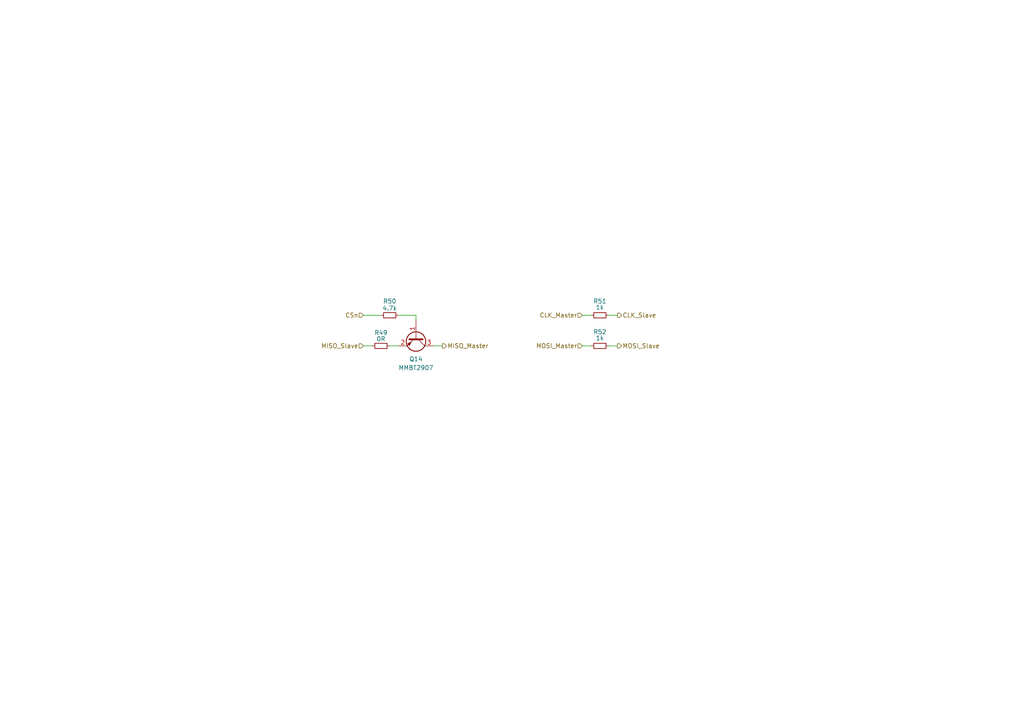
<source format=kicad_sch>
(kicad_sch (version 20231120) (generator "eeschema") (generator_version "8.0")
  (paper "A4")
  (title_block (title "Argus Mainboard") (date "2024-11-19") (rev "v2.1") (company "Carnegie Mellon University") (comment 1 "M. Holliday") (comment 2 "N. Khera") (comment 3 "V. Rajesh"))
  (lib_symbols
    (symbol "Device:R_Small" (pin_numbers hide) (pin_names (offset 0.254) hide)
      (property "Reference" "R" (at 0.762 0.508 0))
      (property "Value" "R_Small" (at 0.762 -1.016 0))
      (symbol "R_Small_0_1"
        (rectangle (start -0.762 1.778) (end 0.762 -1.778) (stroke (width 0.2032)))
      )
      (symbol "R_Small_1_1"
        (pin passive line (at 0 2.54 270) (length 0.762) (name "~") (number "1"))
        (pin passive line (at 0 -2.54 90) (length 0.762) (name "~") (number "2"))
      )
    )
    (symbol "Transistor_BJT:MMBTA56" (pin_names (offset 0) hide)
      (property "Reference" "Q" (at 5.08 1.905 0))
      (property "Value" "MMBTA56" (at 5.08 0 0))
      (symbol "MMBTA56_0_1"
        (polyline (pts (xy 0 0) (xy 0.635 0)))
        (polyline (pts (xy 2.54 -2.54) (xy 0.635 -0.635)))
        (polyline (pts (xy 2.54 2.54) (xy 0.635 0.635)))
        (polyline (pts (xy 0.635 1.905) (xy 0.635 -1.905) (xy 0.635 -1.905)) (stroke (width 0.508)) (fill (type outline)))
        (polyline (pts (xy 1.905 -2.413) (xy 2.413 -1.905) (xy 1.397 -1.397) (xy 1.905 -2.413) (xy 1.905 -2.413)) (fill (type outline)))
        (circle (center 1.27 0) (radius 2.8194) (stroke (width 0.254)))
      )
      (symbol "MMBTA56_1_1"
        (pin input line (at -5.08 0 0) (length 5.08) (name "B") (number "1"))
        (pin passive line (at 2.54 -5.08 90) (length 2.54) (name "E") (number "2"))
        (pin passive line (at 2.54 5.08 270) (length 2.54) (name "C") (number "3"))
      )
    )
  )
  (wire (pts (xy 176.53 91.44) (xy 179.07 91.44)))
  (wire (pts (xy 176.53 100.33) (xy 179.07 100.33)))
  (wire (pts (xy 113.03 100.33) (xy 115.57 100.33)))
  (wire (pts (xy 128.27 100.33) (xy 125.73 100.33)))
  (wire (pts (xy 105.41 100.33) (xy 107.95 100.33)))
  (wire (pts (xy 168.91 91.44) (xy 171.45 91.44)))
  (wire (pts (xy 120.65 91.44) (xy 120.65 92.71)))
  (wire (pts (xy 105.41 91.44) (xy 110.49 91.44)))
  (wire (pts (xy 115.57 91.44) (xy 120.65 91.44)))
  (wire (pts (xy 168.91 100.33) (xy 171.45 100.33)))
  (hierarchical_label "MOSI_Master" (shape input) (at 168.91 100.33 180))
  (hierarchical_label "MOSI_Slave" (shape output) (at 179.07 100.33 0))
  (hierarchical_label "CLK_Slave" (shape output) (at 179.07 91.44 0))
  (hierarchical_label "MISO_Slave" (shape input) (at 105.41 100.33 180))
  (hierarchical_label "CSn" (shape input) (at 105.41 91.44 180))
  (hierarchical_label "MISO_Master" (shape output) (at 128.27 100.33 0))
  (hierarchical_label "CLK_Master" (shape input) (at 168.91 91.44 180))
  (symbol (lib_id "Device:R_Small") (at 113.03 91.44 270) (unit 1)
    (property "Reference" "R50" (at 113.03 87.376 90))
    (property "Value" "4.7k" (at 113.03 89.408 90))
    (property "Footprint" "Resistor_SMD:R_0603_1608Metric" (effects (hide yes)))
    (property "Description" "Resistor, small symbol" (effects (hide yes)))
    (instances (project "Avionics-MainBoard" (path "" (reference "R50") (unit 1)) (path "" (reference "R57") (unit 1))))
  )
  (symbol (lib_id "Transistor_BJT:MMBTA56") (at 120.65 97.79 270) (unit 1)
    (property "Reference" "Q14" (at 120.65 104.14 90))
    (property "Value" "MMBT2907" (at 120.65 106.68 90))
    (property "Footprint" "Package_TO_SOT_SMD:SOT-23" (effects (hide yes)))
    (property "Datasheet" "https://diotec.com/request/datasheet/mmbta56.pdf" (effects (hide yes)))
    (property "Description" "0.5A Ic, 80V Vce, general purpose PNP" (effects (hide yes)))
    (instances (project "Avionics-MainBoard" (path "" (reference "Q14") (unit 1)) (path "" (reference "Q15") (unit 1))))
  )
  (symbol (lib_id "Device:R_Small") (at 173.99 100.33 270) (unit 1)
    (property "Reference" "R52" (at 173.99 96.266 90))
    (property "Value" "1k" (at 173.99 98.044 90))
    (property "Footprint" "Resistor_SMD:R_0603_1608Metric" (effects (hide yes)))
    (property "Description" "Resistor, small symbol" (effects (hide yes)))
    (instances (project "Avionics-MainBoard" (path "" (reference "R52") (unit 1)) (path "" (reference "R59") (unit 1))))
  )
  (symbol (lib_id "Device:R_Small") (at 173.99 91.44 270) (unit 1)
    (property "Reference" "R51" (at 173.99 87.376 90))
    (property "Value" "1k" (at 173.99 89.154 90))
    (property "Footprint" "Resistor_SMD:R_0603_1608Metric" (effects (hide yes)))
    (property "Description" "Resistor, small symbol" (effects (hide yes)))
    (instances (project "Avionics-MainBoard" (path "" (reference "R51") (unit 1)) (path "" (reference "R58") (unit 1))))
  )
  (symbol (lib_id "Device:R_Small") (at 110.49 100.33 270) (unit 1)
    (property "Reference" "R49" (at 110.49 96.52 90))
    (property "Value" "0R" (at 110.49 98.298 90))
    (property "Footprint" "Resistor_SMD:R_0603_1608Metric" (effects (hide yes)))
    (property "Description" "Resistor, small symbol" (effects (hide yes)))
    (instances (project "Avionics-MainBoard" (path "" (reference "R49") (unit 1)) (path "" (reference "R56") (unit 1))))
  )
)
</source>
